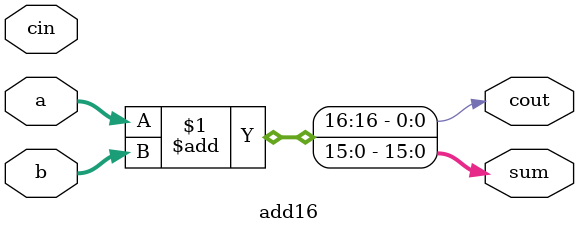
<source format=v>
module add16 (
    a, b, cin, sum, cout
);

input [15:0] a, b;
input cin;
output [15:0] sum;
output cout;

assign {cout, sum} = a + b;
    
endmodule
</source>
